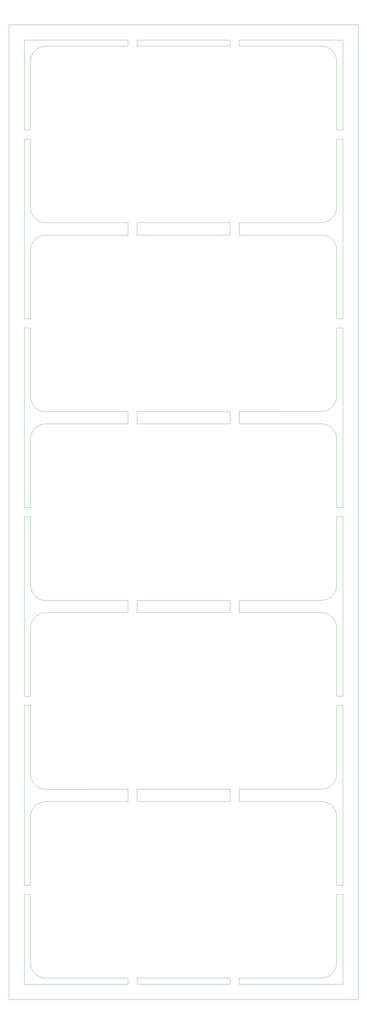
<source format=gbr>
%TF.GenerationSoftware,KiCad,Pcbnew,7.0.5*%
%TF.CreationDate,2023-06-14T21:03:38-05:00*%
%TF.ProjectId,MeetupKeebpanel,4d656574-7570-44b6-9565-6270616e656c,rev?*%
%TF.SameCoordinates,Original*%
%TF.FileFunction,Profile,NP*%
%FSLAX46Y46*%
G04 Gerber Fmt 4.6, Leading zero omitted, Abs format (unit mm)*
G04 Created by KiCad (PCBNEW 7.0.5) date 2023-06-14 21:03:38*
%MOMM*%
%LPD*%
G01*
G04 APERTURE LIST*
%TA.AperFunction,Profile*%
%ADD10C,0.100000*%
%TD*%
G04 APERTURE END LIST*
D10*
X133375000Y-211500000D02*
X133375000Y-209500000D01*
X103371754Y-27006417D02*
X103119158Y-27025653D01*
X166625000Y-86500000D02*
X166625000Y-84475047D01*
X98936239Y-276263473D02*
X98854303Y-276503184D01*
X99253266Y-152573490D02*
X99135977Y-152798029D01*
X198028235Y-204200996D02*
X198110170Y-203961285D01*
X196784310Y-83088440D02*
X196963440Y-82909310D01*
X103625000Y-269000000D02*
X130375000Y-268989404D01*
X101888473Y-145688760D02*
X102128184Y-145770696D01*
X99671121Y-28939470D02*
X99521182Y-29143658D01*
X99671121Y-328560529D02*
X99831209Y-328756862D01*
X166625000Y-207475047D02*
X193339466Y-207464465D01*
X194132138Y-211557658D02*
X193880841Y-211525653D01*
X98784614Y-215246737D02*
X98727350Y-215493507D01*
X98631417Y-31746754D02*
X98625000Y-32000000D01*
X100768658Y-27896182D02*
X100564470Y-28046121D01*
X196400004Y-267918355D02*
X196596337Y-267758266D01*
X98625000Y-118750000D02*
X98625000Y-118750000D01*
X100001036Y-144444834D02*
X100180165Y-144623963D01*
X102618507Y-207397649D02*
X102867861Y-207442341D01*
X99521182Y-205356341D02*
X99671121Y-205560529D01*
X193375000Y-88500000D02*
X166625000Y-88500000D01*
X102128184Y-150229303D02*
X101888473Y-150311239D01*
X196963440Y-205909310D02*
X197133266Y-205721337D01*
X198272649Y-30993507D02*
X198215385Y-30746737D01*
X198375000Y-32000000D02*
X198368582Y-31746754D01*
X198317341Y-92742861D02*
X198272649Y-92493507D01*
X194381492Y-27102350D02*
X194132138Y-27057658D01*
X197934264Y-204436250D02*
X198028235Y-204200996D01*
X196784310Y-206088440D02*
X196963440Y-205909310D01*
X195346779Y-273405210D02*
X195111526Y-273311239D01*
X198356096Y-57250000D02*
X200375000Y-57250000D01*
X198368582Y-154746754D02*
X198349346Y-154494158D01*
X130375000Y-25000000D02*
X130375000Y-27000000D01*
X198145696Y-30503184D02*
X198063760Y-30263473D01*
X194628262Y-88659614D02*
X194381492Y-88602350D01*
X102371737Y-150159614D02*
X102128184Y-150229303D01*
X100980179Y-206743221D02*
X101198490Y-206871733D01*
X197711209Y-204890982D02*
X197828498Y-204666442D01*
X194836285Y-207235170D02*
X195075996Y-207153235D01*
X166625000Y-88500000D02*
X166625000Y-86500000D01*
X193880841Y-211525653D02*
X193628245Y-211506417D01*
X196435529Y-274046121D02*
X196231341Y-273896182D01*
X103371754Y-207493582D02*
X103625000Y-207500000D01*
X166625000Y-330475047D02*
X193339466Y-330464465D01*
X100368137Y-28206209D02*
X100180165Y-28376036D01*
X101888473Y-330188760D02*
X102128184Y-330270696D01*
X100180165Y-274376036D02*
X100001036Y-274555165D01*
X98682658Y-203257138D02*
X98727350Y-203506492D01*
X130375000Y-145989404D02*
X130375000Y-148000000D01*
X98650653Y-215994158D02*
X98631417Y-216246754D01*
X100180165Y-329123963D02*
X100368137Y-329293790D01*
X193628245Y-88506417D02*
X193375000Y-88500000D01*
X195984293Y-83707697D02*
X196195815Y-83568293D01*
X195311250Y-145559264D02*
X195541442Y-145453498D01*
X96625000Y-118750000D02*
X98625000Y-118750000D01*
X196400004Y-329418355D02*
X196596337Y-329258266D01*
X98727350Y-326506492D02*
X98784614Y-326753262D01*
X197293355Y-267025004D02*
X197443293Y-266820815D01*
X198375000Y-216500000D02*
X198368582Y-216246754D01*
X195111526Y-150311239D02*
X194871815Y-150229303D01*
X99831209Y-28743137D02*
X99671121Y-28939470D01*
X194345961Y-330362121D02*
X194592731Y-330304858D01*
X195111526Y-88811239D02*
X194871815Y-88729303D01*
X98650653Y-80005841D02*
X98682658Y-80257138D01*
X194096606Y-145906812D02*
X194345961Y-145862121D01*
X99253266Y-204926509D02*
X99381778Y-205144820D01*
X99135977Y-91298029D02*
X99030210Y-91528220D01*
X99381778Y-213855179D02*
X99253266Y-214073490D01*
X198272649Y-215493507D02*
X198215385Y-215246737D01*
X195111526Y-27311239D02*
X194871815Y-27229303D01*
X196819834Y-274376036D02*
X196631862Y-274206209D01*
X99671121Y-205560529D02*
X99831209Y-205756862D01*
X103119158Y-273025653D02*
X102867861Y-273057658D01*
X196631862Y-212706209D02*
X196435529Y-212546121D01*
X133375000Y-84488216D02*
X163625000Y-84476235D01*
X195111526Y-273311239D02*
X194871815Y-273229303D01*
X100564470Y-329453878D02*
X100768658Y-329603817D01*
X196631862Y-151206209D02*
X196435529Y-151046121D01*
X98625000Y-264000000D02*
X98631417Y-264253245D01*
X100368137Y-144793790D02*
X100564470Y-144953878D01*
X200375000Y-25000000D02*
X200375000Y-54250000D01*
X98727350Y-92493507D02*
X98682658Y-92742861D01*
X197828498Y-143166442D02*
X197934264Y-142936250D01*
X198110170Y-326961285D02*
X198179858Y-326717731D01*
X98631417Y-277746754D02*
X98625000Y-278000000D01*
X194345961Y-268862121D02*
X194592731Y-268804858D01*
X99253266Y-81926509D02*
X99381778Y-82144820D01*
X98650653Y-141505841D02*
X98682658Y-141757138D01*
X163625000Y-207476235D02*
X163625000Y-209500000D01*
X100001036Y-328944834D02*
X100180165Y-329123963D01*
X166625000Y-145975047D02*
X193339466Y-145964465D01*
X98625000Y-79500000D02*
X98631417Y-79753245D01*
X96625000Y-177250000D02*
X96625000Y-118750000D01*
X195311250Y-207059264D02*
X195541442Y-206953498D01*
X100368137Y-212706209D02*
X100180165Y-212876036D01*
X198281812Y-326221606D02*
X198313815Y-325970308D01*
X198237121Y-141970961D02*
X198281812Y-141721606D01*
X194345961Y-84362121D02*
X194592731Y-84304858D01*
X100980179Y-27756778D02*
X100768658Y-27896182D01*
X194132138Y-273057658D02*
X193880841Y-273025653D01*
X130375000Y-209500000D02*
X130375000Y-211500000D01*
X99671121Y-82560529D02*
X99831209Y-82756862D01*
X197582697Y-328109293D02*
X197711209Y-327890982D01*
X98625000Y-303250000D02*
X98625000Y-325500000D01*
X102618507Y-273102350D02*
X102371737Y-273159614D01*
X196596337Y-267758266D02*
X196784310Y-267588440D01*
X163625000Y-25000000D02*
X163625000Y-27000000D01*
X198145696Y-92003184D02*
X198063760Y-91763473D01*
X163625000Y-86500000D02*
X163625000Y-88500000D01*
X98625000Y-54250000D02*
X96625000Y-54250000D01*
X101198490Y-89128266D02*
X100980179Y-89256778D01*
X98650653Y-277494158D02*
X98631417Y-277746754D01*
X99381778Y-152355179D02*
X99253266Y-152573490D01*
X196596337Y-206258266D02*
X196784310Y-206088440D01*
X130375000Y-211500000D02*
X103625000Y-211500000D01*
X98625000Y-278000000D02*
X98625000Y-300250000D01*
X197746733Y-152573490D02*
X197618221Y-152355179D01*
X99671121Y-213439470D02*
X99521182Y-213643658D01*
X99135977Y-214298029D02*
X99030210Y-214528220D01*
X166625000Y-211500000D02*
X166625000Y-209500000D01*
X197582697Y-266609293D02*
X197711209Y-266390982D01*
X91625000Y-337500000D02*
X91625000Y-337500000D01*
X198356096Y-180250000D02*
X200375000Y-180250000D01*
X197828498Y-327666442D02*
X197934264Y-327436250D01*
X101423029Y-329989022D02*
X101653220Y-330094789D01*
X198110170Y-80961285D02*
X198179858Y-80717731D01*
X102128184Y-84270696D02*
X102371737Y-84340385D01*
X100180165Y-83123963D02*
X100368137Y-83293790D01*
X198215385Y-92246737D02*
X198145696Y-92003184D01*
X197618221Y-275355179D02*
X197478817Y-275143658D01*
X102128184Y-273229303D02*
X101888473Y-273311239D01*
X197934264Y-81436250D02*
X198028235Y-81200996D01*
X194836285Y-330235170D02*
X195075996Y-330153235D01*
X195576970Y-89010977D02*
X195346779Y-88905210D01*
X195765982Y-145336209D02*
X195984293Y-145207697D01*
X193880841Y-88525653D02*
X193628245Y-88506417D01*
X102867861Y-268942341D02*
X103119158Y-268974346D01*
X100768658Y-83603817D02*
X100980179Y-83743221D01*
X197582697Y-82109293D02*
X197711209Y-81890982D01*
X98854303Y-326996815D02*
X98936239Y-327236526D01*
X102371737Y-330340385D02*
X102618507Y-330397649D01*
X98727350Y-215493507D02*
X98682658Y-215742861D01*
X193339466Y-145964465D02*
X193592712Y-145958050D01*
X133375000Y-207488216D02*
X133375000Y-207488216D01*
X100564470Y-83453878D02*
X100768658Y-83603817D01*
X166625000Y-148000000D02*
X166625000Y-145975047D01*
X197478817Y-90643658D02*
X197328878Y-90439470D01*
X99253266Y-266426509D02*
X99381778Y-266644820D01*
X101653220Y-84094789D02*
X101888473Y-84188760D01*
X101888473Y-150311239D02*
X101653220Y-150405210D01*
X99381778Y-29355179D02*
X99253266Y-29573490D01*
X198317341Y-277242861D02*
X198272649Y-276993507D01*
X166625000Y-84475047D02*
X193339466Y-84464465D01*
X195346779Y-27405210D02*
X195111526Y-27311239D01*
X98854303Y-80996815D02*
X98936239Y-81236526D01*
X193339466Y-84464465D02*
X193592712Y-84458050D01*
X197969789Y-276028220D02*
X197864022Y-275798029D01*
X99521182Y-152143658D02*
X99381778Y-152355179D01*
X98682658Y-141757138D02*
X98727350Y-142006492D01*
X194381492Y-211602350D02*
X194132138Y-211557658D01*
X98625000Y-325500000D02*
X98631417Y-325753245D01*
X198368582Y-277746754D02*
X198349346Y-277494158D01*
X194592731Y-145804858D02*
X194836285Y-145735170D01*
X195801509Y-27628266D02*
X195576970Y-27510977D01*
X196019820Y-212256778D02*
X195801509Y-212128266D01*
X99030210Y-214528220D02*
X98936239Y-214763473D01*
X200375000Y-177250000D02*
X198358342Y-177250000D01*
X198358342Y-300250000D02*
X198358342Y-300250000D01*
X98625000Y-177250000D02*
X96625000Y-177250000D01*
X197864022Y-275798029D02*
X197746733Y-275573490D01*
X196963440Y-328909310D02*
X197133266Y-328721337D01*
X200375000Y-180250000D02*
X200375000Y-238750000D01*
X133375000Y-273000000D02*
X133375000Y-271000000D01*
X103625000Y-84500000D02*
X130375000Y-84489404D01*
X100001036Y-82944834D02*
X100180165Y-83123963D01*
X194592731Y-207304858D02*
X194836285Y-207235170D01*
X130375000Y-271000000D02*
X130375000Y-273000000D01*
X197828498Y-204666442D02*
X197934264Y-204436250D01*
X163625000Y-332500000D02*
X133375000Y-332500000D01*
X91625000Y-20000000D02*
X91625000Y-337500000D01*
X98631417Y-154746754D02*
X98625000Y-155000000D01*
X99831209Y-151743137D02*
X99671121Y-151939470D01*
X98784614Y-326753262D02*
X98854303Y-326996815D01*
X200375000Y-115750000D02*
X198358342Y-115750000D01*
X196819834Y-151376036D02*
X196631862Y-151206209D01*
X198313815Y-79970308D02*
X198333050Y-79717712D01*
X100368137Y-89706209D02*
X100180165Y-89876036D01*
X102618507Y-27102350D02*
X102371737Y-27159614D01*
X98682658Y-80257138D02*
X98727350Y-80506492D01*
X195984293Y-329707697D02*
X196195815Y-329568293D01*
X100001036Y-267444834D02*
X100180165Y-267623963D01*
X166625000Y-330475047D02*
X166625000Y-330475047D01*
X99381778Y-205144820D02*
X99521182Y-205356341D01*
X198063760Y-30263473D02*
X197969789Y-30028220D01*
X197711209Y-143390982D02*
X197828498Y-143166442D01*
X99135977Y-143201970D02*
X99253266Y-143426509D01*
X196819834Y-28376036D02*
X196631862Y-28206209D01*
X196631862Y-28206209D02*
X196435529Y-28046121D01*
X198179858Y-265217731D02*
X198237121Y-264970961D01*
X98625000Y-241750000D02*
X98625000Y-264000000D01*
X197478817Y-275143658D02*
X197328878Y-274939470D01*
X198339466Y-325464466D02*
X198356096Y-303250000D01*
X103625000Y-211500000D02*
X103371754Y-211506417D01*
X196998963Y-274555165D02*
X196819834Y-274376036D01*
X194836285Y-268735170D02*
X195075996Y-268653235D01*
X197746733Y-91073490D02*
X197618221Y-90855179D01*
X195984293Y-206707697D02*
X196195815Y-206568293D01*
X100368137Y-151206209D02*
X100180165Y-151376036D01*
X197168790Y-90243137D02*
X196998963Y-90055165D01*
X101198490Y-212128266D02*
X100980179Y-212256778D01*
X163625000Y-330476235D02*
X163625000Y-332500000D01*
X195541442Y-268453498D02*
X195765982Y-268336209D01*
X98625000Y-115750000D02*
X96625000Y-115750000D01*
X196963440Y-144409310D02*
X197133266Y-144221337D01*
X197293355Y-144025004D02*
X197443293Y-143820815D01*
X197168790Y-28743137D02*
X196998963Y-28555165D01*
X133375000Y-148000000D02*
X133375000Y-148000000D01*
X98854303Y-142496815D02*
X98936239Y-142736526D01*
X198349346Y-277494158D02*
X198317341Y-277242861D01*
X102867861Y-84442341D02*
X103119158Y-84474346D01*
X98936239Y-153263473D02*
X98854303Y-153503184D01*
X99671121Y-267060529D02*
X99831209Y-267256862D01*
X197443293Y-143820815D02*
X197582697Y-143609293D01*
X198368582Y-31746754D02*
X198349346Y-31494158D01*
X197443293Y-82320815D02*
X197582697Y-82109293D01*
X194871815Y-273229303D02*
X194628262Y-273159614D01*
X100180165Y-89876036D02*
X100001036Y-90055165D01*
X195075996Y-145653235D02*
X195311250Y-145559264D01*
X101423029Y-150510977D02*
X101198490Y-150628266D01*
X100180165Y-28376036D02*
X100001036Y-28555165D01*
X99831209Y-90243137D02*
X99671121Y-90439470D01*
X197133266Y-82721337D02*
X197293355Y-82525004D01*
X98784614Y-92246737D02*
X98727350Y-92493507D01*
X163625000Y-211500000D02*
X133375000Y-211500000D01*
X98682658Y-92742861D02*
X98650653Y-92994158D01*
X194132138Y-88557658D02*
X193880841Y-88525653D01*
X101423029Y-89010977D02*
X101198490Y-89128266D01*
X197934264Y-142936250D02*
X198028235Y-142700996D01*
X102371737Y-207340385D02*
X102618507Y-207397649D01*
X163625000Y-27000000D02*
X133375000Y-27000000D01*
X101198490Y-145371733D02*
X101423029Y-145489022D01*
X98625000Y-141000000D02*
X98631417Y-141253245D01*
X194132138Y-150057658D02*
X193880841Y-150025653D01*
X98727350Y-276993507D02*
X98682658Y-277242861D01*
X100980179Y-268243221D02*
X101198490Y-268371733D01*
X197293355Y-328525004D02*
X197443293Y-328320815D01*
X198272649Y-153993507D02*
X198215385Y-153746737D01*
X197328878Y-213439470D02*
X197168790Y-213243137D01*
X198237121Y-80470961D02*
X198281812Y-80221606D01*
X99030210Y-204471779D02*
X99135977Y-204701970D01*
X196195815Y-145068293D02*
X196400004Y-144918355D01*
X99253266Y-143426509D02*
X99381778Y-143644820D01*
X98936239Y-214763473D02*
X98854303Y-215003184D01*
X195541442Y-206953498D02*
X195765982Y-206836209D01*
X103371754Y-150006417D02*
X103119158Y-150025653D01*
X99030210Y-276028220D02*
X98936239Y-276263473D01*
X100368137Y-206293790D02*
X100564470Y-206453878D01*
X163625000Y-27000000D02*
X163625000Y-27000000D01*
X196400004Y-144918355D02*
X196596337Y-144758266D01*
X102128184Y-330270696D02*
X102371737Y-330340385D01*
X98625000Y-118750000D02*
X98625000Y-141000000D01*
X99253266Y-275573490D02*
X99135977Y-275798029D01*
X166625000Y-150000000D02*
X166625000Y-148000000D01*
X198356096Y-303250000D02*
X200375000Y-303250000D01*
X98631417Y-325753245D02*
X98650653Y-326005841D01*
X133375000Y-268988216D02*
X133375000Y-268988216D01*
X102867861Y-88557658D02*
X102618507Y-88602350D01*
X197293355Y-82525004D02*
X197443293Y-82320815D01*
X96625000Y-25000000D02*
X130375000Y-25000000D01*
X198272649Y-92493507D02*
X198215385Y-92246737D01*
X198358342Y-177250000D02*
X198358342Y-177250000D01*
X99521182Y-143856341D02*
X99671121Y-144060529D01*
X198313815Y-141470308D02*
X198333050Y-141217712D01*
X196998963Y-151555165D02*
X196819834Y-151376036D01*
X197168790Y-213243137D02*
X196998963Y-213055165D01*
X98854303Y-265496815D02*
X98936239Y-265736526D01*
X98625000Y-303250000D02*
X98625000Y-303250000D01*
X196195815Y-268068293D02*
X196400004Y-267918355D01*
X205375000Y-20000000D02*
X91625000Y-20000000D01*
X98936239Y-327236526D02*
X99030210Y-327471779D01*
X193592712Y-84458050D02*
X193845308Y-84438815D01*
X100180165Y-144623963D02*
X100368137Y-144793790D01*
X101653220Y-211905210D02*
X101423029Y-212010977D01*
X193592712Y-145958050D02*
X193845308Y-145938815D01*
X98625000Y-180250000D02*
X98625000Y-180250000D01*
X197328878Y-90439470D02*
X197168790Y-90243137D01*
X196435529Y-89546121D02*
X196231341Y-89396182D01*
X130375000Y-332500000D02*
X96625000Y-332500000D01*
X103371754Y-84493582D02*
X103625000Y-84500000D01*
X196195815Y-83568293D02*
X196400004Y-83418355D01*
X198281812Y-264721606D02*
X198313815Y-264470308D01*
X198375000Y-278000000D02*
X198368582Y-277746754D01*
X198317341Y-215742861D02*
X198272649Y-215493507D01*
X200375000Y-300250000D02*
X198358342Y-300250000D01*
X166625000Y-27000000D02*
X166625000Y-25000000D01*
X98784614Y-30746737D02*
X98727350Y-30993507D01*
X102128184Y-211729303D02*
X101888473Y-211811239D01*
X133375000Y-145988216D02*
X163625000Y-145976235D01*
X196019820Y-27756778D02*
X195801509Y-27628266D01*
X102618507Y-150102350D02*
X102371737Y-150159614D01*
X198179858Y-142217731D02*
X198237121Y-141970961D01*
X195984293Y-268207697D02*
X196195815Y-268068293D01*
X196998963Y-90055165D02*
X196819834Y-89876036D01*
X193628245Y-273006417D02*
X193375000Y-273000000D01*
X194628262Y-150159614D02*
X194381492Y-150102350D01*
X99135977Y-275798029D02*
X99030210Y-276028220D01*
X195801509Y-150628266D02*
X195576970Y-150510977D01*
X101888473Y-88811239D02*
X101653220Y-88905210D01*
X198358342Y-115750000D02*
X198358342Y-115750000D01*
X102618507Y-268897649D02*
X102867861Y-268942341D01*
X195765982Y-83836209D02*
X195984293Y-83707697D01*
X194592731Y-330304858D02*
X194836285Y-330235170D01*
X133375000Y-86500000D02*
X133375000Y-84488216D01*
X195801509Y-273628266D02*
X195576970Y-273510977D01*
X99381778Y-82144820D02*
X99521182Y-82356341D01*
X198349346Y-215994158D02*
X198317341Y-215742861D01*
X193592712Y-330458050D02*
X193845308Y-330438815D01*
X198368582Y-93246754D02*
X198349346Y-92994158D01*
X98625000Y-202500000D02*
X98631417Y-202753245D01*
X198215385Y-276746737D02*
X198145696Y-276503184D01*
X197864022Y-152798029D02*
X197746733Y-152573490D01*
X196019820Y-89256778D02*
X195801509Y-89128266D01*
X103119158Y-211525653D02*
X102867861Y-211557658D01*
X98727350Y-265006492D02*
X98784614Y-265253262D01*
X98625000Y-32000000D02*
X98625000Y-54250000D01*
X100368137Y-83293790D02*
X100564470Y-83453878D01*
X102128184Y-88729303D02*
X101888473Y-88811239D01*
X197864022Y-29798029D02*
X197746733Y-29573490D01*
X198349346Y-154494158D02*
X198317341Y-154242861D01*
X193845308Y-268938815D02*
X194096606Y-268906812D01*
X101888473Y-207188760D02*
X102128184Y-207270696D01*
X100980179Y-273756778D02*
X100768658Y-273896182D01*
X195984293Y-145207697D02*
X196195815Y-145068293D01*
X98727350Y-153993507D02*
X98682658Y-154242861D01*
X100001036Y-28555165D02*
X99831209Y-28743137D01*
X99253266Y-91073490D02*
X99135977Y-91298029D01*
X96625000Y-54250000D02*
X96625000Y-25000000D01*
X103371754Y-273006417D02*
X103119158Y-273025653D01*
X197328878Y-151939470D02*
X197168790Y-151743137D01*
X198281812Y-141721606D02*
X198313815Y-141470308D01*
X98650653Y-92994158D02*
X98631417Y-93246754D01*
X102867861Y-273057658D02*
X102618507Y-273102350D01*
X101198490Y-329871733D02*
X101423029Y-329989022D01*
X99831209Y-267256862D02*
X100001036Y-267444834D01*
X100768658Y-206603817D02*
X100980179Y-206743221D01*
X99030210Y-265971779D02*
X99135977Y-266201970D01*
X98631417Y-93246754D02*
X98625000Y-93500000D01*
X98625000Y-238750000D02*
X96625000Y-238750000D01*
X103371754Y-268993582D02*
X103625000Y-269000000D01*
X197168790Y-151743137D02*
X196998963Y-151555165D01*
X197443293Y-266820815D02*
X197582697Y-266609293D01*
X197293355Y-205525004D02*
X197443293Y-205320815D01*
X198281812Y-203221606D02*
X198313815Y-202970308D01*
X196231341Y-273896182D02*
X196019820Y-273756778D01*
X194381492Y-88602350D02*
X194132138Y-88557658D01*
X198028235Y-142700996D02*
X198110170Y-142461285D01*
X197618221Y-29355179D02*
X197478817Y-29143658D01*
X100564470Y-89546121D02*
X100368137Y-89706209D01*
X100768658Y-273896182D02*
X100564470Y-274046121D01*
X99521182Y-266856341D02*
X99671121Y-267060529D01*
X166625000Y-25000000D02*
X200375000Y-25000000D01*
X102618507Y-145897649D02*
X102867861Y-145942341D01*
X195801509Y-212128266D02*
X195576970Y-212010977D01*
X98625000Y-241750000D02*
X98625000Y-241750000D01*
X195541442Y-329953498D02*
X195765982Y-329836209D01*
X194096606Y-330406812D02*
X194345961Y-330362121D01*
X102128184Y-145770696D02*
X102371737Y-145840385D01*
X163625000Y-148000000D02*
X163625000Y-150000000D01*
X198215385Y-215246737D02*
X198145696Y-215003184D01*
X98625000Y-57250000D02*
X98625000Y-57250000D01*
X100564470Y-151046121D02*
X100368137Y-151206209D01*
X196998963Y-213055165D02*
X196819834Y-212876036D01*
X198349346Y-31494158D02*
X198317341Y-31242861D01*
X99253266Y-214073490D02*
X99135977Y-214298029D01*
X98784614Y-153746737D02*
X98727350Y-153993507D01*
X101653220Y-145594789D02*
X101888473Y-145688760D01*
X99135977Y-327701970D02*
X99253266Y-327926509D01*
X195541442Y-145453498D02*
X195765982Y-145336209D01*
X195765982Y-268336209D02*
X195984293Y-268207697D01*
X100980179Y-145243221D02*
X101198490Y-145371733D01*
X196019820Y-150756778D02*
X195801509Y-150628266D01*
X96625000Y-241750000D02*
X98625000Y-241750000D01*
X99521182Y-275143658D02*
X99381778Y-275355179D01*
X100001036Y-90055165D02*
X99831209Y-90243137D01*
X197618221Y-213855179D02*
X197478817Y-213643658D01*
X197746733Y-214073490D02*
X197618221Y-213855179D01*
X130375000Y-330489404D02*
X130375000Y-332500000D01*
X163625000Y-84476235D02*
X163625000Y-86500000D01*
X196231341Y-212396182D02*
X196019820Y-212256778D01*
X193375000Y-211500000D02*
X166625000Y-211500000D01*
X196819834Y-212876036D02*
X196631862Y-212706209D01*
X103119158Y-84474346D02*
X103371754Y-84493582D01*
X194628262Y-273159614D02*
X194381492Y-273102350D01*
X101653220Y-27405210D02*
X101423029Y-27510977D01*
X196784310Y-329088440D02*
X196963440Y-328909310D01*
X197582697Y-205109293D02*
X197711209Y-204890982D01*
X193628245Y-211506417D02*
X193375000Y-211500000D01*
X196784310Y-144588440D02*
X196963440Y-144409310D01*
X99253266Y-327926509D02*
X99381778Y-328144820D01*
X198179858Y-203717731D02*
X198237121Y-203470961D01*
X103625000Y-273000000D02*
X103371754Y-273006417D01*
X98936239Y-91763473D02*
X98854303Y-92003184D01*
X99381778Y-275355179D02*
X99253266Y-275573490D01*
X197934264Y-265936250D02*
X198028235Y-265700996D01*
X198339466Y-202464466D02*
X198356096Y-180250000D01*
X130375000Y-150000000D02*
X103625000Y-150000000D01*
X197969789Y-214528220D02*
X197864022Y-214298029D01*
X99521182Y-328356341D02*
X99671121Y-328560529D01*
X99831209Y-328756862D02*
X100001036Y-328944834D01*
X99030210Y-30028220D02*
X98936239Y-30263473D01*
X99381778Y-266644820D02*
X99521182Y-266856341D01*
X98631417Y-141253245D02*
X98650653Y-141505841D01*
X99030210Y-91528220D02*
X98936239Y-91763473D01*
X194345961Y-145862121D02*
X194592731Y-145804858D01*
X101888473Y-27311239D02*
X101653220Y-27405210D01*
X197711209Y-266390982D02*
X197828498Y-266166442D01*
X194345961Y-207362121D02*
X194592731Y-207304858D01*
X101423029Y-83989022D02*
X101653220Y-84094789D01*
X198339466Y-140964466D02*
X198356096Y-118750000D01*
X166625000Y-268975047D02*
X193339466Y-268964465D01*
X100768658Y-212396182D02*
X100564470Y-212546121D01*
X100001036Y-213055165D02*
X99831209Y-213243137D01*
X195541442Y-83953498D02*
X195765982Y-83836209D01*
X197969789Y-153028220D02*
X197864022Y-152798029D01*
X99135977Y-152798029D02*
X99030210Y-153028220D01*
X103625000Y-150000000D02*
X103371754Y-150006417D01*
X99521182Y-213643658D02*
X99381778Y-213855179D01*
X197618221Y-90855179D02*
X197478817Y-90643658D01*
X198237121Y-203470961D02*
X198281812Y-203221606D01*
X198375000Y-93500000D02*
X198368582Y-93246754D01*
X133375000Y-209500000D02*
X133375000Y-207488216D01*
X196231341Y-89396182D02*
X196019820Y-89256778D01*
X99831209Y-274743137D02*
X99671121Y-274939470D01*
X194871815Y-150229303D02*
X194628262Y-150159614D01*
X133375000Y-271000000D02*
X133375000Y-268988216D01*
X91625000Y-337500000D02*
X205375000Y-337500000D01*
X98631417Y-216246754D02*
X98625000Y-216500000D01*
X198358342Y-300250000D02*
X198375000Y-278000000D01*
X100180165Y-206123963D02*
X100368137Y-206293790D01*
X198358342Y-238750000D02*
X198358342Y-238750000D01*
X197746733Y-29573490D02*
X197618221Y-29355179D01*
X198313815Y-202970308D02*
X198333050Y-202717712D01*
X98625000Y-300250000D02*
X96625000Y-300250000D01*
X195346779Y-211905210D02*
X195111526Y-211811239D01*
X198349346Y-92994158D02*
X198317341Y-92742861D01*
X133375000Y-150000000D02*
X133375000Y-148000000D01*
X195765982Y-329836209D02*
X195984293Y-329707697D01*
X102128184Y-27229303D02*
X101888473Y-27311239D01*
X98650653Y-154494158D02*
X98631417Y-154746754D01*
X195075996Y-330153235D02*
X195311250Y-330059264D01*
X196819834Y-89876036D02*
X196631862Y-89706209D01*
X102371737Y-84340385D02*
X102618507Y-84397649D01*
X100980179Y-89256778D02*
X100768658Y-89396182D01*
X102371737Y-27159614D02*
X102128184Y-27229303D01*
X101198490Y-150628266D02*
X100980179Y-150756778D01*
X197133266Y-144221337D02*
X197293355Y-144025004D01*
X196998963Y-28555165D02*
X196819834Y-28376036D01*
X98784614Y-265253262D02*
X98854303Y-265496815D01*
X99831209Y-144256862D02*
X100001036Y-144444834D01*
X198063760Y-214763473D02*
X197969789Y-214528220D01*
X196400004Y-83418355D02*
X196596337Y-83258266D01*
X99030210Y-81471779D02*
X99135977Y-81701970D01*
X99671121Y-144060529D02*
X99831209Y-144256862D01*
X102371737Y-211659614D02*
X102128184Y-211729303D01*
X196195815Y-206568293D02*
X196400004Y-206418355D01*
X194381492Y-273102350D02*
X194132138Y-273057658D01*
X103119158Y-268974346D02*
X103371754Y-268993582D01*
X194836285Y-145735170D02*
X195075996Y-145653235D01*
X193845308Y-145938815D02*
X194096606Y-145906812D01*
X102371737Y-268840385D02*
X102618507Y-268897649D01*
X98854303Y-92003184D02*
X98784614Y-92246737D01*
X100564470Y-274046121D02*
X100368137Y-274206209D01*
X102618507Y-88602350D02*
X102371737Y-88659614D01*
X133375000Y-332500000D02*
X133375000Y-330488216D01*
X198356096Y-241750000D02*
X200375000Y-241750000D01*
X101653220Y-330094789D02*
X101888473Y-330188760D01*
X102867861Y-211557658D02*
X102618507Y-211602350D01*
X100980179Y-212256778D02*
X100768658Y-212396182D01*
X194592731Y-268804858D02*
X194836285Y-268735170D01*
X196231341Y-27896182D02*
X196019820Y-27756778D01*
X194871815Y-88729303D02*
X194628262Y-88659614D01*
X197443293Y-205320815D02*
X197582697Y-205109293D01*
X100564470Y-144953878D02*
X100768658Y-145103817D01*
X98625000Y-216500000D02*
X98625000Y-238750000D01*
X98625000Y-57250000D02*
X98625000Y-79500000D01*
X99671121Y-151939470D02*
X99521182Y-152143658D01*
X195765982Y-206836209D02*
X195984293Y-206707697D01*
X166625000Y-332500000D02*
X166625000Y-330475047D01*
X96625000Y-303250000D02*
X98625000Y-303250000D01*
X98936239Y-81236526D02*
X99030210Y-81471779D01*
X163625000Y-145976235D02*
X163625000Y-148000000D01*
X100368137Y-267793790D02*
X100564470Y-267953878D01*
X198313815Y-264470308D02*
X198333050Y-264217712D01*
X101653220Y-88905210D02*
X101423029Y-89010977D01*
X103371754Y-211506417D02*
X103119158Y-211525653D01*
X198358342Y-54250000D02*
X198358342Y-54250000D01*
X100564470Y-206453878D02*
X100768658Y-206603817D01*
X163625000Y-150000000D02*
X133375000Y-150000000D01*
X99135977Y-266201970D02*
X99253266Y-266426509D01*
X163625000Y-209500000D02*
X163625000Y-211500000D01*
X198281812Y-80221606D02*
X198313815Y-79970308D01*
X130375000Y-148000000D02*
X130375000Y-150000000D01*
X196784310Y-267588440D02*
X196963440Y-267409310D01*
X197133266Y-328721337D02*
X197293355Y-328525004D01*
X198333050Y-141217712D02*
X198339466Y-140964466D01*
X193880841Y-273025653D02*
X193628245Y-273006417D01*
X98854303Y-276503184D02*
X98784614Y-276746737D01*
X103371754Y-145993582D02*
X103625000Y-146000000D01*
X102128184Y-207270696D02*
X102371737Y-207340385D01*
X99521182Y-90643658D02*
X99381778Y-90855179D01*
X98650653Y-31494158D02*
X98631417Y-31746754D01*
X99135977Y-81701970D02*
X99253266Y-81926509D01*
X198313815Y-325970308D02*
X198333050Y-325717712D01*
X98625000Y-155000000D02*
X98625000Y-177250000D01*
X198317341Y-31242861D02*
X198272649Y-30993507D01*
X198333050Y-202717712D02*
X198339466Y-202464466D01*
X133375000Y-27000000D02*
X133375000Y-25000000D01*
X103625000Y-146000000D02*
X130375000Y-145989404D01*
X205375000Y-337500000D02*
X205375000Y-20000000D01*
X163625000Y-268976235D02*
X163625000Y-271000000D01*
X100980179Y-83743221D02*
X101198490Y-83871733D01*
X195346779Y-150405210D02*
X195111526Y-150311239D01*
X100768658Y-89396182D02*
X100564470Y-89546121D01*
X194096606Y-84406812D02*
X194345961Y-84362121D01*
X100180165Y-151376036D02*
X100001036Y-151555165D01*
X197478817Y-213643658D02*
X197328878Y-213439470D01*
X98682658Y-154242861D02*
X98650653Y-154494158D01*
X102867861Y-207442341D02*
X103119158Y-207474346D01*
X166625000Y-273000000D02*
X166625000Y-271000000D01*
X198063760Y-153263473D02*
X197969789Y-153028220D01*
X197828498Y-266166442D02*
X197934264Y-265936250D01*
X102867861Y-150057658D02*
X102618507Y-150102350D01*
X198215385Y-153746737D02*
X198145696Y-153503184D01*
X100768658Y-150896182D02*
X100564470Y-151046121D01*
X197133266Y-205721337D02*
X197293355Y-205525004D01*
X96625000Y-115750000D02*
X96625000Y-57250000D01*
X99671121Y-90439470D02*
X99521182Y-90643658D01*
X195346779Y-88905210D02*
X195111526Y-88811239D01*
X198028235Y-327200996D02*
X198110170Y-326961285D01*
X99135977Y-204701970D02*
X99253266Y-204926509D01*
X195311250Y-268559264D02*
X195541442Y-268453498D01*
X196596337Y-83258266D02*
X196784310Y-83088440D01*
X196400004Y-206418355D02*
X196596337Y-206258266D01*
X197969789Y-91528220D02*
X197864022Y-91298029D01*
X102867861Y-330442341D02*
X103119158Y-330474346D01*
X103625000Y-207500000D02*
X130375000Y-207489404D01*
X200375000Y-54250000D02*
X198358342Y-54250000D01*
X166625000Y-209500000D02*
X166625000Y-207475047D01*
X198333050Y-79717712D02*
X198339466Y-79464466D01*
X198145696Y-276503184D02*
X198063760Y-276263473D01*
X100001036Y-205944834D02*
X100180165Y-206123963D01*
X102128184Y-268770696D02*
X102371737Y-268840385D01*
X133375000Y-330488216D02*
X163625000Y-330476235D01*
X197478817Y-29143658D02*
X197328878Y-28939470D01*
X100564470Y-212546121D02*
X100368137Y-212706209D01*
X99030210Y-327471779D02*
X99135977Y-327701970D01*
X130375000Y-27000000D02*
X103625000Y-27000000D01*
X195311250Y-84059264D02*
X195541442Y-83953498D01*
X101653220Y-150405210D02*
X101423029Y-150510977D01*
X101888473Y-268688760D02*
X102128184Y-268770696D01*
X198358342Y-238750000D02*
X198375000Y-216500000D01*
X193628245Y-27006417D02*
X193375000Y-27000000D01*
X133375000Y-25000000D02*
X163625000Y-25000000D01*
X197133266Y-267221337D02*
X197293355Y-267025004D01*
X200375000Y-241750000D02*
X200375000Y-300250000D01*
X196195815Y-329568293D02*
X196400004Y-329418355D01*
X198317341Y-154242861D02*
X198272649Y-153993507D01*
X133375000Y-88500000D02*
X133375000Y-86500000D01*
X193375000Y-273000000D02*
X166625000Y-273000000D01*
X103119158Y-145974346D02*
X103371754Y-145993582D01*
X99831209Y-213243137D02*
X99671121Y-213439470D01*
X103371754Y-330493582D02*
X103625000Y-330500000D01*
X195075996Y-207153235D02*
X195311250Y-207059264D01*
X98936239Y-30263473D02*
X98854303Y-30503184D01*
X163625000Y-88500000D02*
X133375000Y-88500000D01*
X198179858Y-80717731D02*
X198237121Y-80470961D01*
X98727350Y-80506492D02*
X98784614Y-80753262D01*
X101653220Y-268594789D02*
X101888473Y-268688760D01*
X195576970Y-150510977D02*
X195346779Y-150405210D01*
X198358342Y-177250000D02*
X198375000Y-155000000D01*
X195801509Y-89128266D02*
X195576970Y-89010977D01*
X98650653Y-264505841D02*
X98682658Y-264757138D01*
X193592712Y-207458050D02*
X193845308Y-207438815D01*
X130375000Y-207489404D02*
X130375000Y-209500000D01*
X195075996Y-84153235D02*
X195311250Y-84059264D01*
X100564470Y-28046121D02*
X100368137Y-28206209D01*
X100768658Y-268103817D02*
X100980179Y-268243221D01*
X198145696Y-153503184D02*
X198063760Y-153263473D01*
X194836285Y-84235170D02*
X195075996Y-84153235D01*
X196435529Y-212546121D02*
X196231341Y-212396182D01*
X101888473Y-84188760D02*
X102128184Y-84270696D01*
X96625000Y-300250000D02*
X96625000Y-241750000D01*
X102618507Y-211602350D02*
X102371737Y-211659614D01*
X133375000Y-148000000D02*
X133375000Y-145988216D01*
X103119158Y-207474346D02*
X103371754Y-207493582D01*
X196596337Y-329258266D02*
X196784310Y-329088440D01*
X98727350Y-142006492D02*
X98784614Y-142253262D01*
X197864022Y-214298029D02*
X197746733Y-214073490D01*
X200375000Y-303250000D02*
X200375000Y-332500000D01*
X196435529Y-151046121D02*
X196231341Y-150896182D01*
X194628262Y-27159614D02*
X194381492Y-27102350D01*
X194871815Y-211729303D02*
X194628262Y-211659614D01*
X193375000Y-27000000D02*
X166625000Y-27000000D01*
X197328878Y-274939470D02*
X197168790Y-274743137D01*
X197443293Y-328320815D02*
X197582697Y-328109293D01*
X98936239Y-265736526D02*
X99030210Y-265971779D01*
X197711209Y-81890982D02*
X197828498Y-81666442D01*
X197168790Y-274743137D02*
X196998963Y-274555165D01*
X198339466Y-263964466D02*
X198356096Y-241750000D01*
X98682658Y-264757138D02*
X98727350Y-265006492D01*
X198215385Y-30746737D02*
X198145696Y-30503184D01*
X193845308Y-330438815D02*
X194096606Y-330406812D01*
X193339466Y-207464465D02*
X193592712Y-207458050D01*
X198333050Y-325717712D02*
X198339466Y-325464466D01*
X197582697Y-143609293D02*
X197711209Y-143390982D01*
X197864022Y-91298029D02*
X197746733Y-91073490D01*
X101423029Y-273510977D02*
X101198490Y-273628266D01*
X133375000Y-86500000D02*
X133375000Y-86500000D01*
X198237121Y-264970961D02*
X198281812Y-264721606D01*
X101198490Y-27628266D02*
X100980179Y-27756778D01*
X99831209Y-82756862D02*
X100001036Y-82944834D01*
X193845308Y-207438815D02*
X194096606Y-207406812D01*
X195311250Y-330059264D02*
X195541442Y-329953498D01*
X96625000Y-238750000D02*
X96625000Y-180250000D01*
X99030210Y-153028220D02*
X98936239Y-153263473D01*
X98625000Y-180250000D02*
X98625000Y-202500000D01*
X101198490Y-268371733D02*
X101423029Y-268489022D01*
X99135977Y-29798029D02*
X99030210Y-30028220D01*
X101888473Y-273311239D02*
X101653220Y-273405210D01*
X98631417Y-264253245D02*
X98650653Y-264505841D01*
X100180165Y-267623963D02*
X100368137Y-267793790D01*
X193880841Y-27025653D02*
X193628245Y-27006417D01*
X100980179Y-329743221D02*
X101198490Y-329871733D01*
X103371754Y-27006417D02*
X103371754Y-27006417D01*
X98854303Y-30503184D02*
X98784614Y-30746737D01*
X196596337Y-144758266D02*
X196784310Y-144588440D01*
X196435529Y-28046121D02*
X196231341Y-27896182D01*
X101423029Y-212010977D02*
X101198490Y-212128266D01*
X198272649Y-276993507D02*
X198215385Y-276746737D01*
X99381778Y-90855179D02*
X99253266Y-91073490D01*
X98682658Y-277242861D02*
X98650653Y-277494158D01*
X96625000Y-180250000D02*
X98625000Y-180250000D01*
X98936239Y-204236526D02*
X99030210Y-204471779D01*
X193628245Y-150006417D02*
X193375000Y-150000000D01*
X98682658Y-326257138D02*
X98727350Y-326506492D01*
X197934264Y-327436250D02*
X198028235Y-327200996D01*
X200375000Y-238750000D02*
X198358342Y-238750000D01*
X98854303Y-153503184D02*
X98784614Y-153746737D01*
X99030210Y-142971779D02*
X99135977Y-143201970D01*
X166625000Y-271000000D02*
X166625000Y-268975047D01*
X102371737Y-145840385D02*
X102618507Y-145897649D01*
X198368582Y-216246754D02*
X198349346Y-215994158D01*
X200375000Y-57250000D02*
X200375000Y-115750000D01*
X198110170Y-203961285D02*
X198179858Y-203717731D01*
X100980179Y-150756778D02*
X100768658Y-150896182D01*
X98631417Y-202753245D02*
X98650653Y-203005841D01*
X101653220Y-207094789D02*
X101888473Y-207188760D01*
X98936239Y-142736526D02*
X99030210Y-142971779D01*
X130375000Y-88500000D02*
X103625000Y-88500000D01*
X99671121Y-274939470D02*
X99521182Y-275143658D01*
X195075996Y-268653235D02*
X195311250Y-268559264D01*
X101198490Y-273628266D02*
X100980179Y-273756778D01*
X193339466Y-268964465D02*
X193592712Y-268958050D01*
X198375000Y-155000000D02*
X198368582Y-154746754D01*
X99831209Y-205756862D02*
X100001036Y-205944834D01*
X102371737Y-273159614D02*
X102128184Y-273229303D01*
X198358342Y-54250000D02*
X198375000Y-32000000D01*
X130375000Y-84489404D02*
X130375000Y-86500000D01*
X194096606Y-268906812D02*
X194345961Y-268862121D01*
X193880841Y-150025653D02*
X193628245Y-150006417D01*
X101423029Y-27510977D02*
X101198490Y-27628266D01*
X103625000Y-27000000D02*
X103371754Y-27006417D01*
X194628262Y-211659614D02*
X194381492Y-211602350D01*
X197969789Y-30028220D02*
X197864022Y-29798029D01*
X197478817Y-152143658D02*
X197328878Y-151939470D01*
X198110170Y-142461285D02*
X198179858Y-142217731D01*
X194096606Y-207406812D02*
X194345961Y-207362121D01*
X198237121Y-326470961D02*
X198281812Y-326221606D01*
X101653220Y-273405210D02*
X101423029Y-273510977D01*
X98625000Y-93500000D02*
X98625000Y-115750000D01*
X133375000Y-268988216D02*
X163625000Y-268976235D01*
X163625000Y-273000000D02*
X133375000Y-273000000D01*
X98650653Y-203005841D02*
X98682658Y-203257138D01*
X200375000Y-118750000D02*
X200375000Y-177250000D01*
X103625000Y-330500000D02*
X130375000Y-330489404D01*
X197618221Y-152355179D02*
X197478817Y-152143658D01*
X133375000Y-207488216D02*
X163625000Y-207476235D01*
X197711209Y-327890982D02*
X197828498Y-327666442D01*
X99521182Y-82356341D02*
X99671121Y-82560529D01*
X130375000Y-273000000D02*
X103625000Y-273000000D01*
X102371737Y-88659614D02*
X102128184Y-88729303D01*
X197746733Y-275573490D02*
X197618221Y-275355179D01*
X96625000Y-57250000D02*
X98625000Y-57250000D01*
X100768658Y-329603817D02*
X100980179Y-329743221D01*
X198356096Y-118750000D02*
X200375000Y-118750000D01*
X99381778Y-143644820D02*
X99521182Y-143856341D01*
X197328878Y-28939470D02*
X197168790Y-28743137D01*
X98682658Y-31242861D02*
X98650653Y-31494158D01*
X98784614Y-80753262D02*
X98854303Y-80996815D01*
X103119158Y-150025653D02*
X102867861Y-150057658D01*
X101423029Y-268489022D02*
X101653220Y-268594789D01*
X193375000Y-150000000D02*
X166625000Y-150000000D01*
X103371754Y-88506417D02*
X103119158Y-88525653D01*
X194132138Y-27057658D02*
X193880841Y-27025653D01*
X198179858Y-326717731D02*
X198237121Y-326470961D01*
X100180165Y-212876036D02*
X100001036Y-213055165D01*
X198110170Y-265461285D02*
X198179858Y-265217731D01*
X194871815Y-27229303D02*
X194628262Y-27159614D01*
X198063760Y-276263473D02*
X197969789Y-276028220D01*
X196963440Y-267409310D02*
X197133266Y-267221337D01*
X196963440Y-82909310D02*
X197133266Y-82721337D01*
X196631862Y-89706209D02*
X196435529Y-89546121D01*
X133375000Y-330488216D02*
X133375000Y-330488216D01*
X98854303Y-203996815D02*
X98936239Y-204236526D01*
X99381778Y-328144820D02*
X99521182Y-328356341D01*
X101888473Y-211811239D02*
X101653220Y-211905210D01*
X98784614Y-276746737D02*
X98727350Y-276993507D01*
X99521182Y-29143658D02*
X99381778Y-29355179D01*
X100768658Y-145103817D02*
X100980179Y-145243221D01*
X103119158Y-330474346D02*
X103371754Y-330493582D01*
X99253266Y-29573490D02*
X99135977Y-29798029D01*
X130375000Y-86500000D02*
X130375000Y-88500000D01*
X198333050Y-264217712D02*
X198339466Y-263964466D01*
X196231341Y-150896182D02*
X196019820Y-150756778D01*
X101423029Y-145489022D02*
X101653220Y-145594789D01*
X98784614Y-203753262D02*
X98854303Y-203996815D01*
X98682658Y-215742861D02*
X98650653Y-215994158D01*
X100001036Y-151555165D02*
X99831209Y-151743137D01*
X100001036Y-274555165D02*
X99831209Y-274743137D01*
X98631417Y-79753245D02*
X98650653Y-80005841D01*
X103119158Y-88525653D02*
X102867861Y-88557658D01*
X102867861Y-27057658D02*
X102618507Y-27102350D01*
X198063760Y-91763473D02*
X197969789Y-91528220D01*
X196631862Y-274206209D02*
X196435529Y-274046121D01*
X196019820Y-273756778D02*
X195801509Y-273628266D01*
X102618507Y-330397649D02*
X102867861Y-330442341D01*
X198358342Y-115750000D02*
X198375000Y-93500000D01*
X102867861Y-145942341D02*
X103119158Y-145974346D01*
X198145696Y-215003184D02*
X198063760Y-214763473D01*
X101198490Y-206871733D02*
X101423029Y-206989022D01*
X98727350Y-30993507D02*
X98682658Y-31242861D01*
X195576970Y-212010977D02*
X195346779Y-211905210D01*
X130375000Y-268989404D02*
X130375000Y-271000000D01*
X100368137Y-274206209D02*
X100180165Y-274376036D01*
X194381492Y-150102350D02*
X194132138Y-150057658D01*
X195576970Y-27510977D02*
X195346779Y-27405210D01*
X103119158Y-27025653D02*
X102867861Y-27057658D01*
X193845308Y-84438815D02*
X194096606Y-84406812D01*
X100564470Y-267953878D02*
X100768658Y-268103817D01*
X163625000Y-271000000D02*
X163625000Y-273000000D01*
X200375000Y-332500000D02*
X166625000Y-332500000D01*
X96625000Y-332500000D02*
X96625000Y-303250000D01*
X195111526Y-211811239D02*
X194871815Y-211729303D01*
X100368137Y-329293790D02*
X100564470Y-329453878D01*
X193339466Y-330464465D02*
X193592712Y-330458050D01*
X98727350Y-203506492D02*
X98784614Y-203753262D01*
X101423029Y-206989022D02*
X101653220Y-207094789D01*
X197828498Y-81666442D02*
X197934264Y-81436250D01*
X195576970Y-273510977D02*
X195346779Y-273405210D01*
X98650653Y-326005841D02*
X98682658Y-326257138D01*
X103625000Y-88500000D02*
X103371754Y-88506417D01*
X193592712Y-268958050D02*
X193845308Y-268938815D01*
X98854303Y-215003184D02*
X98784614Y-215246737D01*
X101198490Y-83871733D02*
X101423029Y-83989022D01*
X198028235Y-81200996D02*
X198110170Y-80961285D01*
X194592731Y-84304858D02*
X194836285Y-84235170D01*
X198028235Y-265700996D02*
X198110170Y-265461285D01*
X102618507Y-84397649D02*
X102867861Y-84442341D01*
X198339466Y-79464466D02*
X198356096Y-57250000D01*
X98784614Y-142253262D02*
X98854303Y-142496815D01*
M02*

</source>
